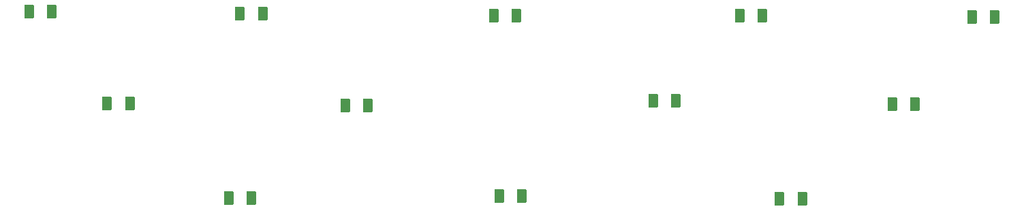
<source format=gbr>
%TF.GenerationSoftware,KiCad,Pcbnew,7.99.0-1211-g2ac3f4cc9e*%
%TF.CreationDate,2023-06-01T18:32:39-04:00*%
%TF.ProjectId,adidas,61646964-6173-42e6-9b69-6361645f7063,v0.3*%
%TF.SameCoordinates,Original*%
%TF.FileFunction,Paste,Top*%
%TF.FilePolarity,Positive*%
%FSLAX46Y46*%
G04 Gerber Fmt 4.6, Leading zero omitted, Abs format (unit mm)*
G04 Created by KiCad (PCBNEW 7.99.0-1211-g2ac3f4cc9e) date 2023-06-01 18:32:39*
%MOMM*%
%LPD*%
G01*
G04 APERTURE LIST*
G04 Aperture macros list*
%AMRoundRect*
0 Rectangle with rounded corners*
0 $1 Rounding radius*
0 $2 $3 $4 $5 $6 $7 $8 $9 X,Y pos of 4 corners*
0 Add a 4 corners polygon primitive as box body*
4,1,4,$2,$3,$4,$5,$6,$7,$8,$9,$2,$3,0*
0 Add four circle primitives for the rounded corners*
1,1,$1+$1,$2,$3*
1,1,$1+$1,$4,$5*
1,1,$1+$1,$6,$7*
1,1,$1+$1,$8,$9*
0 Add four rect primitives between the rounded corners*
20,1,$1+$1,$2,$3,$4,$5,0*
20,1,$1+$1,$4,$5,$6,$7,0*
20,1,$1+$1,$6,$7,$8,$9,0*
20,1,$1+$1,$8,$9,$2,$3,0*%
G04 Aperture macros list end*
%ADD10RoundRect,0.250000X-0.375000X-0.625000X0.375000X-0.625000X0.375000X0.625000X-0.375000X0.625000X0*%
G04 APERTURE END LIST*
D10*
%TO.C,D2*%
X163753800Y-128625600D03*
X166553800Y-128625600D03*
%TD*%
%TO.C,D5*%
X144571500Y-117322600D03*
X147371500Y-117322600D03*
%TD*%
%TO.C,D12*%
X222529400Y-106324400D03*
X225329400Y-106324400D03*
%TD*%
%TO.C,D4*%
X115008400Y-117094000D03*
X117808400Y-117094000D03*
%TD*%
%TO.C,D6*%
X182904700Y-116763800D03*
X185704700Y-116763800D03*
%TD*%
%TO.C,D10*%
X163036600Y-106146600D03*
X165836600Y-106146600D03*
%TD*%
%TO.C,D8*%
X105331000Y-105689400D03*
X108131000Y-105689400D03*
%TD*%
%TO.C,D9*%
X131518400Y-105968800D03*
X134318400Y-105968800D03*
%TD*%
%TO.C,D11*%
X193621200Y-106172000D03*
X196421200Y-106172000D03*
%TD*%
%TO.C,D3*%
X198574200Y-128981200D03*
X201374200Y-128981200D03*
%TD*%
%TO.C,D7*%
X212595200Y-117170200D03*
X215395200Y-117170200D03*
%TD*%
%TO.C,D1*%
X130109800Y-128879600D03*
X132909800Y-128879600D03*
%TD*%
M02*

</source>
